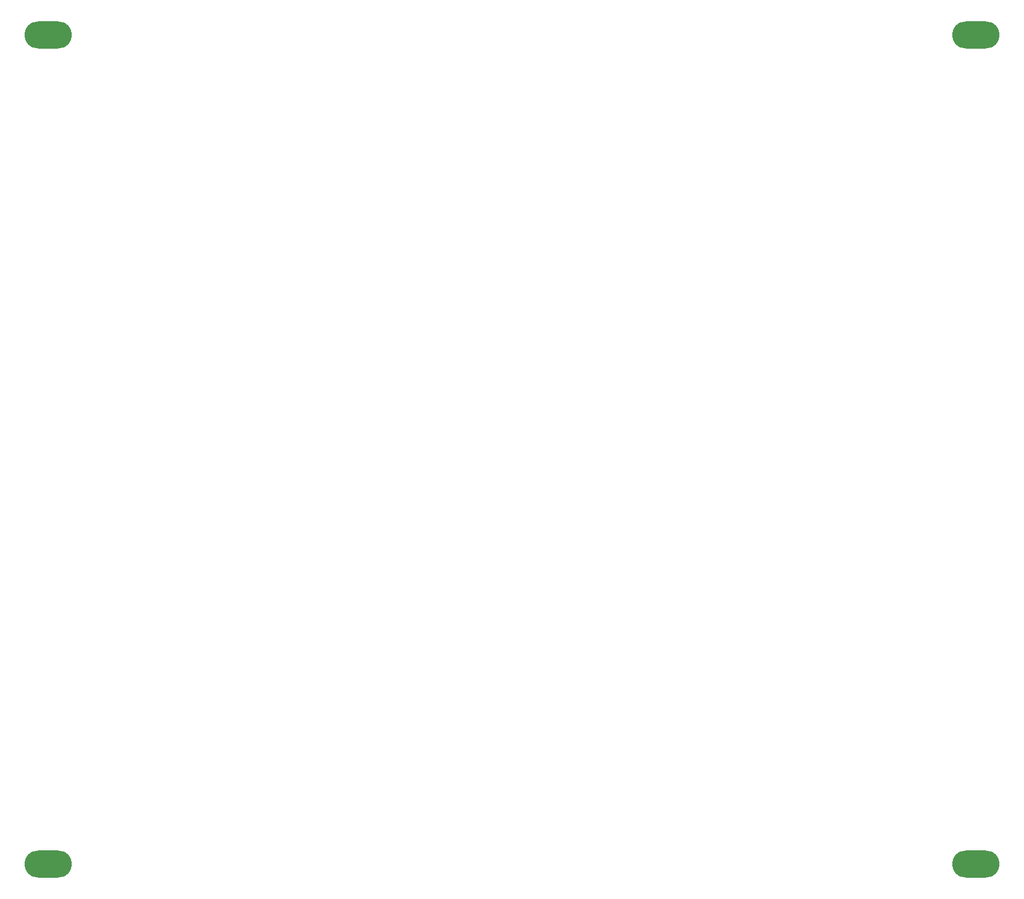
<source format=gbs>
%TF.GenerationSoftware,KiCad,Pcbnew,(6.0.6-0)*%
%TF.CreationDate,2023-05-14T00:03:39+01:00*%
%TF.ProjectId,ouroboros-frontpanel,6f75726f-626f-4726-9f73-2d66726f6e74,r01*%
%TF.SameCoordinates,Original*%
%TF.FileFunction,Soldermask,Bot*%
%TF.FilePolarity,Negative*%
%FSLAX46Y46*%
G04 Gerber Fmt 4.6, Leading zero omitted, Abs format (unit mm)*
G04 Created by KiCad (PCBNEW (6.0.6-0)) date 2023-05-14 00:03:39*
%MOMM*%
%LPD*%
G01*
G04 APERTURE LIST*
%ADD10O,7.000000X4.000000*%
G04 APERTURE END LIST*
D10*
%TO.C,Ref\u002A\u002A*%
X307500000Y-70000000D03*
X170500000Y-70000000D03*
X170500000Y-192500000D03*
X307500000Y-192500000D03*
%TD*%
M02*

</source>
